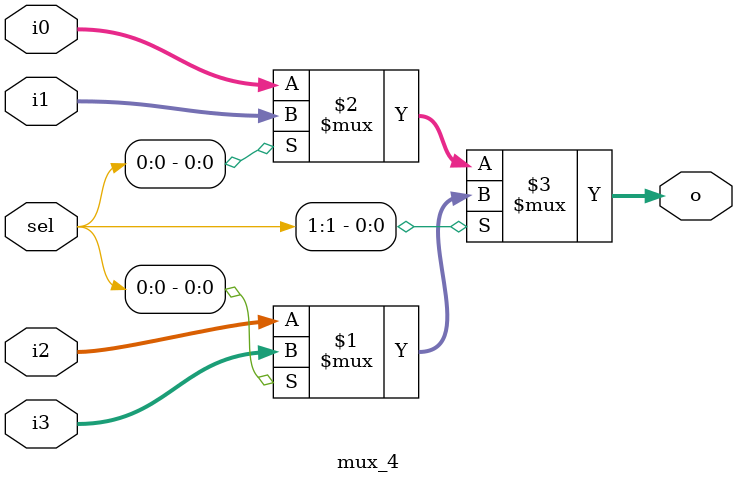
<source format=v>
`timescale 1ns / 1ps


module mux_4(
    input [31:0] i0,i1,i2,i3,
    input [1:0] sel,
    output [31:0] o
    );
    
    assign o = sel[1] ? (sel[0] ? i3:i2):(sel[0] ? i1:i0);
endmodule

</source>
